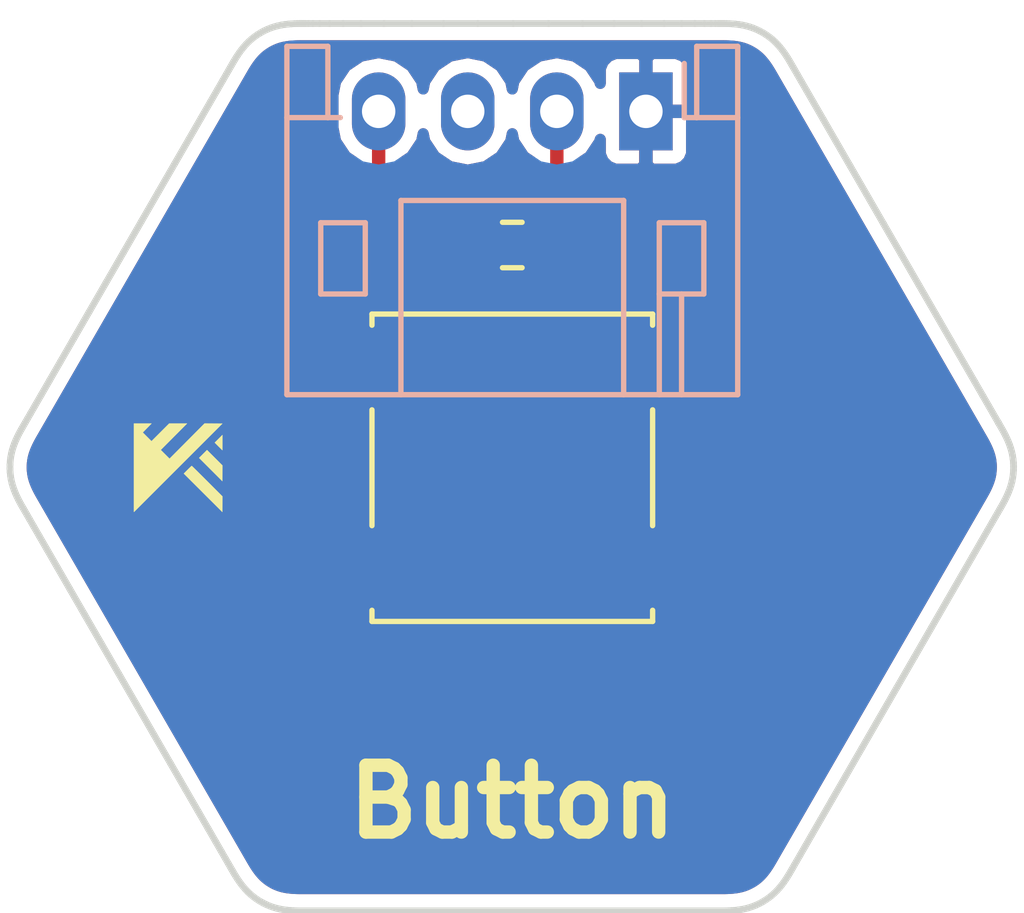
<source format=kicad_pcb>
(kicad_pcb (version 20171130) (host pcbnew 5.0.0-rc2-dev-unknown-1ac905d~64~ubuntu18.04.1)

  (general
    (thickness 1.6)
    (drawings 320)
    (tracks 14)
    (zones 0)
    (modules 4)
    (nets 5)
  )

  (page A4)
  (layers
    (0 F.Cu signal)
    (31 B.Cu signal)
    (32 B.Adhes user)
    (33 F.Adhes user)
    (34 B.Paste user)
    (35 F.Paste user)
    (36 B.SilkS user)
    (37 F.SilkS user)
    (38 B.Mask user)
    (39 F.Mask user hide)
    (40 Dwgs.User user)
    (41 Cmts.User user)
    (42 Eco1.User user)
    (43 Eco2.User user)
    (44 Edge.Cuts user)
    (45 Margin user)
    (46 B.CrtYd user)
    (47 F.CrtYd user)
    (48 B.Fab user hide)
    (49 F.Fab user hide)
  )

  (setup
    (last_trace_width 0.25)
    (user_trace_width 0.2)
    (user_trace_width 0.25)
    (user_trace_width 0.3)
    (user_trace_width 0.35)
    (trace_clearance 0.2)
    (zone_clearance 0.3)
    (zone_45_only no)
    (trace_min 0.2)
    (segment_width 0.2)
    (edge_width 0.15)
    (via_size 0.8)
    (via_drill 0.4)
    (via_min_size 0.4)
    (via_min_drill 0.3)
    (uvia_size 0.3)
    (uvia_drill 0.1)
    (uvias_allowed no)
    (uvia_min_size 0.2)
    (uvia_min_drill 0.1)
    (pcb_text_width 0.3)
    (pcb_text_size 1.5 1.5)
    (mod_edge_width 0.15)
    (mod_text_size 1 1)
    (mod_text_width 0.15)
    (pad_size 1.524 1.524)
    (pad_drill 0.762)
    (pad_to_mask_clearance 0.2)
    (aux_axis_origin 0 0)
    (visible_elements 7FFFFFFF)
    (pcbplotparams
      (layerselection 0x010fc_ffffffff)
      (usegerberextensions false)
      (usegerberattributes false)
      (usegerberadvancedattributes false)
      (creategerberjobfile false)
      (excludeedgelayer true)
      (linewidth 0.100000)
      (plotframeref false)
      (viasonmask false)
      (mode 1)
      (useauxorigin false)
      (hpglpennumber 1)
      (hpglpenspeed 20)
      (hpglpendiameter 15)
      (psnegative false)
      (psa4output false)
      (plotreference true)
      (plotvalue true)
      (plotinvisibletext false)
      (padsonsilk false)
      (subtractmaskfromsilk false)
      (outputformat 1)
      (mirror false)
      (drillshape 1)
      (scaleselection 1)
      (outputdirectory ""))
  )

  (net 0 "")
  (net 1 /GND)
  (net 2 /Signal)
  (net 3 /VCC)
  (net 4 "Net-(J1-Pad3)")

  (net_class Default "This is the default net class."
    (clearance 0.2)
    (trace_width 0.25)
    (via_dia 0.8)
    (via_drill 0.4)
    (uvia_dia 0.3)
    (uvia_drill 0.1)
    (add_net /GND)
    (add_net /Signal)
    (add_net /VCC)
    (add_net "Net-(J1-Pad3)")
  )

  (module Button_Switch_SMD:SW_SPST_B3S-1000 (layer F.Cu) (tedit 5ABE4C82) (tstamp 5AC5DF1D)
    (at 141.5 95 180)
    (descr "Surface Mount Tactile Switch for High-Density Packaging")
    (tags "Tactile Switch")
    (path /5AAC4CFE)
    (attr smd)
    (fp_text reference SW1 (at 0 -4.5 180) (layer F.SilkS) hide
      (effects (font (size 1 1) (thickness 0.15)))
    )
    (fp_text value SW_DPST_x2 (at 0 4.5 180) (layer F.Fab)
      (effects (font (size 1 1) (thickness 0.15)))
    )
    (fp_text user %R (at 0 -4.5 180) (layer F.Fab)
      (effects (font (size 1 1) (thickness 0.15)))
    )
    (fp_line (start -5 3.7) (end 5 3.7) (layer F.CrtYd) (width 0.05))
    (fp_line (start 5 3.7) (end 5 -3.7) (layer F.CrtYd) (width 0.05))
    (fp_line (start 5 -3.7) (end -5 -3.7) (layer F.CrtYd) (width 0.05))
    (fp_line (start -5 -3.7) (end -5 3.7) (layer F.CrtYd) (width 0.05))
    (fp_line (start -3.15 -3.2) (end -3.15 -3.45) (layer F.SilkS) (width 0.12))
    (fp_line (start -3.15 -3.45) (end 3.15 -3.45) (layer F.SilkS) (width 0.12))
    (fp_line (start 3.15 -3.45) (end 3.15 -3.2) (layer F.SilkS) (width 0.12))
    (fp_line (start -3.15 1.3) (end -3.15 -1.3) (layer F.SilkS) (width 0.12))
    (fp_line (start 3.15 3.2) (end 3.15 3.45) (layer F.SilkS) (width 0.12))
    (fp_line (start 3.15 3.45) (end -3.15 3.45) (layer F.SilkS) (width 0.12))
    (fp_line (start -3.15 3.45) (end -3.15 3.2) (layer F.SilkS) (width 0.12))
    (fp_line (start 3.15 -1.3) (end 3.15 1.3) (layer F.SilkS) (width 0.12))
    (fp_circle (center 0 0) (end 1.65 0) (layer F.Fab) (width 0.1))
    (fp_line (start -3 -3.3) (end 3 -3.3) (layer F.Fab) (width 0.1))
    (fp_line (start 3 -3.3) (end 3 3.3) (layer F.Fab) (width 0.1))
    (fp_line (start 3 3.3) (end -3 3.3) (layer F.Fab) (width 0.1))
    (fp_line (start -3 3.3) (end -3 -3.3) (layer F.Fab) (width 0.1))
    (pad 1 smd rect (at -3.975 -2.25 180) (size 1.55 1.3) (layers F.Cu F.Paste F.Mask)
      (net 1 /GND))
    (pad 1 smd rect (at 3.975 -2.25 180) (size 1.55 1.3) (layers F.Cu F.Paste F.Mask)
      (net 1 /GND))
    (pad 2 smd rect (at -3.975 2.25 180) (size 1.55 1.3) (layers F.Cu F.Paste F.Mask)
      (net 2 /Signal))
    (pad 2 smd rect (at 3.975 2.25 180) (size 1.55 1.3) (layers F.Cu F.Paste F.Mask)
      (net 2 /Signal))
    (model ${KISYS3DMOD}/Button_Switch_SMD.3dshapes/SW_SPST_B3S-1000.wrl
      (at (xyz 0 0 0))
      (scale (xyz 1 1 1))
      (rotate (xyz 0 0 0))
    )
  )

  (module Resistor_SMD:R_0603_1608Metric_Pad0.84x1.00mm_HandSolder (layer F.Cu) (tedit 5ABE4C87) (tstamp 5AD05CCA)
    (at 141.5 90 180)
    (descr "Resistor SMD 0603 (1608 Metric), square (rectangular) end terminal, IPC_7351 nominal with elongated pad for handsoldering. (Body size source: http://www.tortai-tech.com/upload/download/2011102023233369053.pdf), generated with kicad-footprint-generator")
    (tags "resistor handsolder")
    (path /5AAC65A4)
    (attr smd)
    (fp_text reference R1 (at 0 -1.65 180) (layer F.SilkS) hide
      (effects (font (size 1 1) (thickness 0.15)))
    )
    (fp_text value 10K (at 0 1.65 180) (layer F.Fab)
      (effects (font (size 1 1) (thickness 0.15)))
    )
    (fp_line (start -0.8 0.4) (end -0.8 -0.4) (layer F.Fab) (width 0.1))
    (fp_line (start -0.8 -0.4) (end 0.8 -0.4) (layer F.Fab) (width 0.1))
    (fp_line (start 0.8 -0.4) (end 0.8 0.4) (layer F.Fab) (width 0.1))
    (fp_line (start 0.8 0.4) (end -0.8 0.4) (layer F.Fab) (width 0.1))
    (fp_line (start -0.22 -0.51) (end 0.22 -0.51) (layer F.SilkS) (width 0.12))
    (fp_line (start -0.22 0.51) (end 0.22 0.51) (layer F.SilkS) (width 0.12))
    (fp_line (start -1.64 0.75) (end -1.64 -0.75) (layer F.CrtYd) (width 0.05))
    (fp_line (start -1.64 -0.75) (end 1.64 -0.75) (layer F.CrtYd) (width 0.05))
    (fp_line (start 1.64 -0.75) (end 1.64 0.75) (layer F.CrtYd) (width 0.05))
    (fp_line (start 1.64 0.75) (end -1.64 0.75) (layer F.CrtYd) (width 0.05))
    (fp_text user %R (at 0 0 180) (layer F.Fab)
      (effects (font (size 0.5 0.5) (thickness 0.08)))
    )
    (pad 1 smd rect (at -0.9625 0 180) (size 0.845 1) (layers F.Cu F.Paste F.Mask)
      (net 3 /VCC))
    (pad 2 smd rect (at 0.9625 0 180) (size 0.845 1) (layers F.Cu F.Paste F.Mask)
      (net 2 /Signal))
    (model ${KISYS3DMOD}/Resistor_SMD.3dshapes/R_0603_1608Metric.wrl
      (at (xyz 0 0 0))
      (scale (xyz 1 1 1))
      (rotate (xyz 0 0 0))
    )
  )

  (module Connector_JST:JST_PH_S4B-PH-K_1x04_P2.00mm_Horizontal (layer B.Cu) (tedit 5AC1E017) (tstamp 5AC3EE6C)
    (at 144.5 87 180)
    (descr "JST PH series connector, S4B-PH-K (http://www.jst-mfg.com/product/pdf/eng/ePH.pdf), generated with kicad-footprint-generator")
    (tags "connector JST PH top entry")
    (path /5AAC60F3)
    (fp_text reference J1 (at 3 2.55 180) (layer B.SilkS) hide
      (effects (font (size 1 1) (thickness 0.15)) (justify mirror))
    )
    (fp_text value Connector (at 3 -7.45 180) (layer B.Fab)
      (effects (font (size 1 1) (thickness 0.15)) (justify mirror))
    )
    (fp_line (start -0.86 -0.14) (end -1.14 -0.14) (layer B.SilkS) (width 0.12))
    (fp_line (start -1.14 -0.14) (end -1.14 1.46) (layer B.SilkS) (width 0.12))
    (fp_line (start -1.14 1.46) (end -2.06 1.46) (layer B.SilkS) (width 0.12))
    (fp_line (start -2.06 1.46) (end -2.06 -6.36) (layer B.SilkS) (width 0.12))
    (fp_line (start -2.06 -6.36) (end 8.06 -6.36) (layer B.SilkS) (width 0.12))
    (fp_line (start 8.06 -6.36) (end 8.06 1.46) (layer B.SilkS) (width 0.12))
    (fp_line (start 8.06 1.46) (end 7.14 1.46) (layer B.SilkS) (width 0.12))
    (fp_line (start 7.14 1.46) (end 7.14 -0.14) (layer B.SilkS) (width 0.12))
    (fp_line (start 7.14 -0.14) (end 6.86 -0.14) (layer B.SilkS) (width 0.12))
    (fp_line (start 0.5 -6.36) (end 0.5 -2) (layer B.SilkS) (width 0.12))
    (fp_line (start 0.5 -2) (end 5.5 -2) (layer B.SilkS) (width 0.12))
    (fp_line (start 5.5 -2) (end 5.5 -6.36) (layer B.SilkS) (width 0.12))
    (fp_line (start -2.06 -0.14) (end -1.14 -0.14) (layer B.SilkS) (width 0.12))
    (fp_line (start 8.06 -0.14) (end 7.14 -0.14) (layer B.SilkS) (width 0.12))
    (fp_line (start -1.3 -2.5) (end -1.3 -4.1) (layer B.SilkS) (width 0.12))
    (fp_line (start -1.3 -4.1) (end -0.3 -4.1) (layer B.SilkS) (width 0.12))
    (fp_line (start -0.3 -4.1) (end -0.3 -2.5) (layer B.SilkS) (width 0.12))
    (fp_line (start -0.3 -2.5) (end -1.3 -2.5) (layer B.SilkS) (width 0.12))
    (fp_line (start 7.3 -2.5) (end 7.3 -4.1) (layer B.SilkS) (width 0.12))
    (fp_line (start 7.3 -4.1) (end 6.3 -4.1) (layer B.SilkS) (width 0.12))
    (fp_line (start 6.3 -4.1) (end 6.3 -2.5) (layer B.SilkS) (width 0.12))
    (fp_line (start 6.3 -2.5) (end 7.3 -2.5) (layer B.SilkS) (width 0.12))
    (fp_line (start -0.3 -4.1) (end -0.3 -6.36) (layer B.SilkS) (width 0.12))
    (fp_line (start -0.8 -4.1) (end -0.8 -6.36) (layer B.SilkS) (width 0.12))
    (fp_line (start -2.45 1.85) (end -2.45 -6.75) (layer B.CrtYd) (width 0.05))
    (fp_line (start -2.45 -6.75) (end 8.45 -6.75) (layer B.CrtYd) (width 0.05))
    (fp_line (start 8.45 -6.75) (end 8.45 1.85) (layer B.CrtYd) (width 0.05))
    (fp_line (start 8.45 1.85) (end -2.45 1.85) (layer B.CrtYd) (width 0.05))
    (fp_line (start -1.25 -0.25) (end -1.25 1.35) (layer B.Fab) (width 0.1))
    (fp_line (start -1.25 1.35) (end -1.95 1.35) (layer B.Fab) (width 0.1))
    (fp_line (start -1.95 1.35) (end -1.95 -6.25) (layer B.Fab) (width 0.1))
    (fp_line (start -1.95 -6.25) (end 7.95 -6.25) (layer B.Fab) (width 0.1))
    (fp_line (start 7.95 -6.25) (end 7.95 1.35) (layer B.Fab) (width 0.1))
    (fp_line (start 7.95 1.35) (end 7.25 1.35) (layer B.Fab) (width 0.1))
    (fp_line (start 7.25 1.35) (end 7.25 -0.25) (layer B.Fab) (width 0.1))
    (fp_line (start 7.25 -0.25) (end -1.25 -0.25) (layer B.Fab) (width 0.1))
    (fp_line (start -0.86 -0.14) (end -0.86 1.075) (layer B.SilkS) (width 0.12))
    (fp_line (start 0 -0.875) (end -0.5 -1.375) (layer B.Fab) (width 0.1))
    (fp_line (start -0.5 -1.375) (end 0.5 -1.375) (layer B.Fab) (width 0.1))
    (fp_line (start 0.5 -1.375) (end 0 -0.875) (layer B.Fab) (width 0.1))
    (fp_text user %R (at 3 -2.5 180) (layer B.Fab)
      (effects (font (size 1 1) (thickness 0.15)) (justify mirror))
    )
    (pad 1 thru_hole rect (at 0 0 180) (size 1.2 1.75) (drill 0.75) (layers *.Cu *.Mask)
      (net 1 /GND))
    (pad 2 thru_hole oval (at 2 0 180) (size 1.2 1.75) (drill 0.75) (layers *.Cu *.Mask)
      (net 3 /VCC))
    (pad 3 thru_hole oval (at 4 0 180) (size 1.2 1.75) (drill 0.75) (layers *.Cu *.Mask)
      (net 4 "Net-(J1-Pad3)"))
    (pad 4 thru_hole oval (at 6 0 180) (size 1.2 1.75) (drill 0.75) (layers *.Cu *.Mask)
      (net 2 /Signal))
    (model ${KISYS3DMOD}/Connector_JST.3dshapes/JST_PH_S4B-PH-K_1x04_P2.00mm_Horizontal.wrl
      (at (xyz 0 0 0))
      (scale (xyz 1 1 1))
      (rotate (xyz 0 0 0))
    )
  )

  (module GiraffeTech-Utility:MakerPlayground_logo_2x2mm (layer F.Cu) (tedit 0) (tstamp 5AD06C1C)
    (at 134 95)
    (fp_text reference G*** (at 0 0) (layer F.SilkS) hide
      (effects (font (size 1.524 1.524) (thickness 0.3)))
    )
    (fp_text value LOGO (at 0.75 0) (layer F.SilkS) hide
      (effects (font (size 1.524 1.524) (thickness 0.3)))
    )
    (fp_poly (pts (xy 0.992188 -0.564543) (xy 0.992164 -0.528929) (xy 0.992097 -0.495895) (xy 0.991991 -0.466261)
      (xy 0.991852 -0.440843) (xy 0.991684 -0.420459) (xy 0.991492 -0.405926) (xy 0.991282 -0.398062)
      (xy 0.99116 -0.396875) (xy 0.988207 -0.399571) (xy 0.980351 -0.407199) (xy 0.968291 -0.419067)
      (xy 0.952725 -0.434484) (xy 0.934354 -0.452758) (xy 0.913876 -0.4732) (xy 0.906847 -0.480231)
      (xy 0.823563 -0.563586) (xy 0.907875 -0.647899) (xy 0.992188 -0.732211) (xy 0.992188 -0.564543)) (layer F.SilkS) (width 0.01))
    (fp_poly (pts (xy 0.992272 -0.049513) (xy 0.991238 0.124084) (xy 0.990203 0.297682) (xy 0.731231 0.038685)
      (xy 0.472259 -0.220311) (xy 0.559597 -0.307581) (xy 0.646934 -0.394851) (xy 0.992272 -0.049513)) (layer F.SilkS) (width 0.01))
    (fp_poly (pts (xy 0.306845 -0.036934) (xy 0.315366 -0.028902) (xy 0.328804 -0.015931) (xy 0.346812 0.001638)
      (xy 0.369045 0.023463) (xy 0.39516 0.049204) (xy 0.424812 0.078521) (xy 0.457655 0.111071)
      (xy 0.493344 0.146515) (xy 0.531535 0.184511) (xy 0.571883 0.224719) (xy 0.614044 0.266798)
      (xy 0.649934 0.302669) (xy 0.992273 0.645025) (xy 0.990203 0.990203) (xy 0.559594 0.560703)
      (xy 0.128984 0.131202) (xy 0.214278 0.045757) (xy 0.235683 0.024442) (xy 0.255382 0.005068)
      (xy 0.272657 -0.011676) (xy 0.28679 -0.025103) (xy 0.297063 -0.034528) (xy 0.302757 -0.039261)
      (xy 0.303583 -0.039687) (xy 0.306845 -0.036934)) (layer F.SilkS) (width 0.01))
    (fp_poly (pts (xy 0.790777 -0.991434) (xy 0.988227 -0.990203) (xy -0.992187 0.990197) (xy -0.992187 -0.992187)
      (xy -0.601395 -0.992187) (xy -0.646963 -0.945555) (xy -0.665935 -0.926151) (xy -0.688266 -0.903332)
      (xy -0.711752 -0.879346) (xy -0.734194 -0.856442) (xy -0.745114 -0.845303) (xy -0.797697 -0.791685)
      (xy -0.698482 -0.692529) (xy -0.599266 -0.593373) (xy -0.399829 -0.79278) (xy -0.200393 -0.992187)
      (xy 0.195473 -0.992187) (xy -0.099139 -0.695955) (xy -0.39375 -0.399723) (xy -0.194618 -0.200591)
      (xy 0.199355 -0.596628) (xy 0.593328 -0.992663) (xy 0.790777 -0.991434)) (layer F.SilkS) (width 0.01))
  )

  (gr_text Button (at 141.5 102.5) (layer F.SilkS)
    (effects (font (size 1.5 1.5) (thickness 0.3)))
  )
  (gr_line (start 146.156929 104.94682) (end 146.196035 104.94682) (layer Edge.Cuts) (width 0.15))
  (gr_line (start 145.927692 104.94682) (end 146.038213 104.94682) (layer Edge.Cuts) (width 0.15))
  (gr_line (start 146.109474 104.94682) (end 146.156929 104.94682) (layer Edge.Cuts) (width 0.15))
  (gr_line (start 146.29379 104.946205) (end 146.354373 104.944555) (layer Edge.Cuts) (width 0.15))
  (gr_line (start 146.038213 104.94682) (end 146.109474 104.94682) (layer Edge.Cuts) (width 0.15))
  (gr_line (start 149.731828 100.627829) (end 150.129463 99.939102) (layer Edge.Cuts) (width 0.15))
  (gr_line (start 147.958077 103.700065) (end 148.068552 103.508716) (layer Edge.Cuts) (width 0.15))
  (gr_line (start 147.732269 104.090957) (end 147.755507 104.050924) (layer Edge.Cuts) (width 0.15))
  (gr_line (start 149.347952 101.292724) (end 149.731828 100.627829) (layer Edge.Cuts) (width 0.15))
  (gr_line (start 148.992176 101.908947) (end 149.347952 101.292724) (layer Edge.Cuts) (width 0.15))
  (gr_line (start 148.678842 102.451659) (end 148.992176 101.908947) (layer Edge.Cuts) (width 0.15))
  (gr_line (start 148.421286 102.89776) (end 148.678842 102.451659) (layer Edge.Cuts) (width 0.15))
  (gr_line (start 146.492964 104.935595) (end 146.568573 104.927097) (layer Edge.Cuts) (width 0.15))
  (gr_line (start 147.113854 104.747296) (end 147.185807 104.703503) (layer Edge.Cuts) (width 0.15))
  (gr_line (start 146.963237 104.822105) (end 147.039535 104.786904) (layer Edge.Cuts) (width 0.15))
  (gr_line (start 148.068552 103.508716) (end 148.220379 103.245743) (layer Edge.Cuts) (width 0.15))
  (gr_line (start 147.77514 104.01692) (end 147.797485 103.978217) (layer Edge.Cuts) (width 0.15))
  (gr_line (start 147.039535 104.786904) (end 147.113854 104.747296) (layer Edge.Cuts) (width 0.15))
  (gr_line (start 147.4967 104.430382) (end 147.546983 104.36868) (layer Edge.Cuts) (width 0.15))
  (gr_line (start 148.220379 103.245743) (end 148.421286 102.89776) (layer Edge.Cuts) (width 0.15))
  (gr_line (start 147.881226 103.833175) (end 147.958077 103.700065) (layer Edge.Cuts) (width 0.15))
  (gr_line (start 147.442205 104.491019) (end 147.4967 104.430382) (layer Edge.Cuts) (width 0.15))
  (gr_line (start 147.830271 103.92143) (end 147.881226 103.833175) (layer Edge.Cuts) (width 0.15))
  (gr_line (start 146.568573 104.927097) (end 146.646791 104.915125) (layer Edge.Cuts) (width 0.15))
  (gr_line (start 147.592971 104.307249) (end 147.634578 104.247424) (layer Edge.Cuts) (width 0.15))
  (gr_line (start 147.546983 104.36868) (end 147.592971 104.307249) (layer Edge.Cuts) (width 0.15))
  (gr_line (start 147.634578 104.247424) (end 147.67172 104.190543) (layer Edge.Cuts) (width 0.15))
  (gr_line (start 147.185807 104.703503) (end 147.255006 104.655752) (layer Edge.Cuts) (width 0.15))
  (gr_line (start 147.255006 104.655752) (end 147.321062 104.604265) (layer Edge.Cuts) (width 0.15))
  (gr_line (start 147.797485 103.978217) (end 147.830271 103.92143) (layer Edge.Cuts) (width 0.15))
  (gr_line (start 147.755507 104.050924) (end 147.77514 104.01692) (layer Edge.Cuts) (width 0.15))
  (gr_line (start 145.527041 104.94682) (end 145.762453 104.94682) (layer Edge.Cuts) (width 0.15))
  (gr_line (start 145.762453 104.94682) (end 145.927692 104.94682) (layer Edge.Cuts) (width 0.15))
  (gr_line (start 146.726419 104.899087) (end 146.806259 104.878388) (layer Edge.Cuts) (width 0.15))
  (gr_line (start 147.704312 104.137942) (end 147.732269 104.090957) (layer Edge.Cuts) (width 0.15))
  (gr_line (start 147.67172 104.190543) (end 147.704312 104.137942) (layer Edge.Cuts) (width 0.15))
  (gr_line (start 147.383588 104.549266) (end 147.442205 104.491019) (layer Edge.Cuts) (width 0.15))
  (gr_line (start 146.885349 104.852674) (end 146.963237 104.822105) (layer Edge.Cuts) (width 0.15))
  (gr_line (start 147.321062 104.604265) (end 147.383588 104.549266) (layer Edge.Cuts) (width 0.15))
  (gr_line (start 146.806259 104.878388) (end 146.885349 104.852674) (layer Edge.Cuts) (width 0.15))
  (gr_line (start 146.196035 104.94682) (end 146.240614 104.946762) (layer Edge.Cuts) (width 0.15))
  (gr_line (start 146.646791 104.915125) (end 146.726419 104.899087) (layer Edge.Cuts) (width 0.15))
  (gr_line (start 146.354373 104.944555) (end 146.421164 104.941217) (layer Edge.Cuts) (width 0.15))
  (gr_line (start 145.206 104.94682) (end 145.527041 104.94682) (layer Edge.Cuts) (width 0.15))
  (gr_line (start 146.421164 104.941217) (end 146.492964 104.935595) (layer Edge.Cuts) (width 0.15))
  (gr_line (start 146.240614 104.946762) (end 146.29379 104.946205) (layer Edge.Cuts) (width 0.15))
  (gr_line (start 145.302091 85.028247) (end 144.90881 85.028247) (layer Edge.Cuts) (width 0.15))
  (gr_line (start 144.90881 85.028247) (end 144.403311 85.028247) (layer Edge.Cuts) (width 0.15))
  (gr_line (start 146.309483 85.029176) (end 146.254187 85.028382) (layer Edge.Cuts) (width 0.15))
  (gr_line (start 146.440126 85.03512) (end 146.371862 85.031224) (layer Edge.Cuts) (width 0.15))
  (gr_line (start 146.167676 85.028247) (end 146.124002 85.028247) (layer Edge.Cuts) (width 0.15))
  (gr_line (start 146.589506 85.050838) (end 146.513073 85.04146) (layer Edge.Cuts) (width 0.15))
  (gr_line (start 146.748027 85.081088) (end 146.668224 85.063849) (layer Edge.Cuts) (width 0.15))
  (gr_line (start 146.906535 85.13018) (end 146.827731 85.103134) (layer Edge.Cuts) (width 0.15))
  (gr_line (start 144.403311 85.028247) (end 143.784781 85.028247) (layer Edge.Cuts) (width 0.15))
  (gr_line (start 146.207175 85.028247) (end 146.167676 85.028247) (layer Edge.Cuts) (width 0.15))
  (gr_line (start 142.314777 85.028247) (end 141.520668 85.028247) (layer Edge.Cuts) (width 0.15))
  (gr_line (start 146.371862 85.031224) (end 146.309483 85.029176) (layer Edge.Cuts) (width 0.15))
  (gr_line (start 143.079042 85.028247) (end 142.314777 85.028247) (layer Edge.Cuts) (width 0.15))
  (gr_line (start 143.784781 85.028247) (end 143.079042 85.028247) (layer Edge.Cuts) (width 0.15))
  (gr_line (start 145.962313 85.028247) (end 145.813386 85.028247) (layer Edge.Cuts) (width 0.15))
  (gr_line (start 146.060699 85.028247) (end 145.962313 85.028247) (layer Edge.Cuts) (width 0.15))
  (gr_line (start 146.254187 85.028382) (end 146.207175 85.028247) (layer Edge.Cuts) (width 0.15))
  (gr_line (start 146.827731 85.103134) (end 146.748027 85.081088) (layer Edge.Cuts) (width 0.15))
  (gr_line (start 145.598464 85.028247) (end 145.302091 85.028247) (layer Edge.Cuts) (width 0.15))
  (gr_line (start 146.513073 85.04146) (end 146.440126 85.03512) (layer Edge.Cuts) (width 0.15))
  (gr_line (start 146.124002 85.028247) (end 146.060699 85.028247) (layer Edge.Cuts) (width 0.15))
  (gr_line (start 146.668224 85.063849) (end 146.589506 85.050838) (layer Edge.Cuts) (width 0.15))
  (gr_line (start 145.813386 85.028247) (end 145.598464 85.028247) (layer Edge.Cuts) (width 0.15))
  (gr_line (start 151.881801 93.071111) (end 151.645018 92.660989) (layer Edge.Cuts) (width 0.15))
  (gr_line (start 152.198585 93.6198) (end 152.063933 93.386574) (layer Edge.Cuts) (width 0.15))
  (gr_line (start 152.292927 93.783207) (end 152.198585 93.6198) (layer Edge.Cuts) (width 0.15))
  (gr_line (start 152.410612 93.987044) (end 152.405803 93.978714) (layer Edge.Cuts) (width 0.15))
  (gr_line (start 152.063933 93.386574) (end 151.881801 93.071111) (layer Edge.Cuts) (width 0.15))
  (gr_line (start 152.389366 93.950245) (end 152.354131 93.889215) (layer Edge.Cuts) (width 0.15))
  (gr_line (start 152.354131 93.889215) (end 152.292927 93.783207) (layer Edge.Cuts) (width 0.15))
  (gr_line (start 152.410904 93.98755) (end 152.410612 93.987044) (layer Edge.Cuts) (width 0.15))
  (gr_line (start 152.411142 93.987963) (end 152.410904 93.98755) (layer Edge.Cuts) (width 0.15))
  (gr_line (start 152.405803 93.978714) (end 152.389366 93.950245) (layer Edge.Cuts) (width 0.15))
  (gr_line (start 139.246089 85.028247) (end 138.61942 85.028247) (layer Edge.Cuts) (width 0.15))
  (gr_line (start 136.155216 85.101158) (end 136.076323 85.127806) (layer Edge.Cuts) (width 0.15))
  (gr_line (start 136.234968 85.079519) (end 136.155216 85.101158) (layer Edge.Cuts) (width 0.15))
  (gr_line (start 136.469499 85.040841) (end 136.393304 85.04995) (layer Edge.Cuts) (width 0.15))
  (gr_line (start 137.177885 85.028247) (end 137.024184 85.028247) (layer Edge.Cuts) (width 0.15))
  (gr_line (start 136.314727 85.062645) (end 136.234968 85.079519) (layer Edge.Cuts) (width 0.15))
  (gr_line (start 136.856704 85.028247) (end 136.812014 85.028247) (layer Edge.Cuts) (width 0.15))
  (gr_line (start 136.922275 85.028247) (end 136.856704 85.028247) (layer Edge.Cuts) (width 0.15))
  (gr_line (start 138.61942 85.028247) (end 138.104307 85.028247) (layer Edge.Cuts) (width 0.15))
  (gr_line (start 136.726461 85.028355) (end 136.671792 85.029073) (layer Edge.Cuts) (width 0.15))
  (gr_line (start 136.609942 85.030997) (end 136.542112 85.034721) (layer Edge.Cuts) (width 0.15))
  (gr_line (start 136.812014 85.028247) (end 136.772749 85.028247) (layer Edge.Cuts) (width 0.15))
  (gr_line (start 137.024184 85.028247) (end 136.922275 85.028247) (layer Edge.Cuts) (width 0.15))
  (gr_line (start 137.398836 85.028247) (end 137.177885 85.028247) (layer Edge.Cuts) (width 0.15))
  (gr_line (start 140.725395 85.028247) (end 139.957642 85.028247) (layer Edge.Cuts) (width 0.15))
  (gr_line (start 138.104307 85.028247) (end 137.702491 85.028247) (layer Edge.Cuts) (width 0.15))
  (gr_line (start 141.520668 85.028247) (end 140.725395 85.028247) (layer Edge.Cuts) (width 0.15))
  (gr_line (start 137.702491 85.028247) (end 137.398836 85.028247) (layer Edge.Cuts) (width 0.15))
  (gr_line (start 136.772749 85.028247) (end 136.726461 85.028355) (layer Edge.Cuts) (width 0.15))
  (gr_line (start 136.393304 85.04995) (end 136.314727 85.062645) (layer Edge.Cuts) (width 0.15))
  (gr_line (start 136.671792 85.029073) (end 136.609942 85.030997) (layer Edge.Cuts) (width 0.15))
  (gr_line (start 136.542112 85.034721) (end 136.469499 85.040841) (layer Edge.Cuts) (width 0.15))
  (gr_line (start 139.957642 85.028247) (end 139.246089 85.028247) (layer Edge.Cuts) (width 0.15))
  (gr_line (start 147.760985 85.93361) (end 147.739019 85.895651) (layer Edge.Cuts) (width 0.15))
  (gr_line (start 147.64506 85.743342) (end 147.604652 85.684181) (layer Edge.Cuts) (width 0.15))
  (gr_line (start 147.680981 85.799198) (end 147.64506 85.743342) (layer Edge.Cuts) (width 0.15))
  (gr_line (start 147.841929 86.073807) (end 147.804994 86.009835) (layer Edge.Cuts) (width 0.15))
  (gr_line (start 146.984031 85.162022) (end 146.906535 85.13018) (layer Edge.Cuts) (width 0.15))
  (gr_line (start 147.059832 85.198434) (end 146.984031 85.162022) (layer Edge.Cuts) (width 0.15))
  (gr_line (start 147.133551 85.239194) (end 147.059832 85.198434) (layer Edge.Cuts) (width 0.15))
  (gr_line (start 147.780589 85.967565) (end 147.760985 85.93361) (layer Edge.Cuts) (width 0.15))
  (gr_line (start 147.204798 85.284076) (end 147.133551 85.239194) (layer Edge.Cuts) (width 0.15))
  (gr_line (start 147.55984 85.623053) (end 147.510709 85.561293) (layer Edge.Cuts) (width 0.15))
  (gr_line (start 147.712329 85.850413) (end 147.680981 85.799198) (layer Edge.Cuts) (width 0.15))
  (gr_line (start 147.273185 85.332858) (end 147.204798 85.284076) (layer Edge.Cuts) (width 0.15))
  (gr_line (start 148.269516 86.814413) (end 148.105186 86.529783) (layer Edge.Cuts) (width 0.15))
  (gr_line (start 147.510709 85.561293) (end 147.457344 85.500237) (layer Edge.Cuts) (width 0.15))
  (gr_line (start 147.804994 86.009835) (end 147.780589 85.967565) (layer Edge.Cuts) (width 0.15))
  (gr_line (start 147.984296 86.320396) (end 147.89912 86.172865) (layer Edge.Cuts) (width 0.15))
  (gr_line (start 147.39983 85.441222) (end 147.338325 85.385314) (layer Edge.Cuts) (width 0.15))
  (gr_line (start 147.89912 86.172865) (end 147.841929 86.073807) (layer Edge.Cuts) (width 0.15))
  (gr_line (start 147.338325 85.385314) (end 147.273185 85.332858) (layer Edge.Cuts) (width 0.15))
  (gr_line (start 147.457344 85.500237) (end 147.39983 85.441222) (layer Edge.Cuts) (width 0.15))
  (gr_line (start 147.604652 85.684181) (end 147.55984 85.623053) (layer Edge.Cuts) (width 0.15))
  (gr_line (start 147.739019 85.895651) (end 147.712329 85.850413) (layer Edge.Cuts) (width 0.15))
  (gr_line (start 148.105186 86.529783) (end 147.984296 86.320396) (layer Edge.Cuts) (width 0.15))
  (gr_line (start 131.111708 93.041675) (end 130.924827 93.365364) (layer Edge.Cuts) (width 0.15))
  (gr_line (start 130.684311 93.781948) (end 130.615221 93.901615) (layer Edge.Cuts) (width 0.15))
  (gr_line (start 131.353307 92.623213) (end 131.111708 93.041675) (layer Edge.Cuts) (width 0.15))
  (gr_line (start 131.998431 91.505824) (end 131.65271 92.104631) (layer Edge.Cuts) (width 0.15))
  (gr_line (start 134.722142 86.788213) (end 134.511079 87.153785) (layer Edge.Cuts) (width 0.15))
  (gr_line (start 132.376128 90.851633) (end 131.998431 91.505824) (layer Edge.Cuts) (width 0.15))
  (gr_line (start 133.919861 88.177805) (end 133.557668 88.805143) (layer Edge.Cuts) (width 0.15))
  (gr_line (start 131.65271 92.104631) (end 131.353307 92.623213) (layer Edge.Cuts) (width 0.15))
  (gr_line (start 133.557668 88.805143) (end 133.170087 89.476453) (layer Edge.Cuts) (width 0.15))
  (gr_line (start 130.41828 94.249819) (end 130.387394 94.311939) (layer Edge.Cuts) (width 0.15))
  (gr_line (start 134.242326 87.619279) (end 133.919861 88.177805) (layer Edge.Cuts) (width 0.15))
  (gr_line (start 130.448037 94.19358) (end 130.41828 94.249819) (layer Edge.Cuts) (width 0.15))
  (gr_line (start 130.475548 94.143961) (end 130.448037 94.19358) (layer Edge.Cuts) (width 0.15))
  (gr_line (start 130.499699 94.101705) (end 130.475548 94.143961) (layer Edge.Cuts) (width 0.15))
  (gr_line (start 130.924827 93.365364) (end 130.784937 93.60766) (layer Edge.Cuts) (width 0.15))
  (gr_line (start 132.77146 90.166896) (end 132.376128 90.851633) (layer Edge.Cuts) (width 0.15))
  (gr_line (start 130.784937 93.60766) (end 130.684311 93.781948) (layer Edge.Cuts) (width 0.15))
  (gr_line (start 130.569939 93.980045) (end 130.540737 94.030624) (layer Edge.Cuts) (width 0.15))
  (gr_line (start 133.170087 89.476453) (end 132.77146 90.166896) (layer Edge.Cuts) (width 0.15))
  (gr_line (start 134.511079 87.153785) (end 134.242326 87.619279) (layer Edge.Cuts) (width 0.15))
  (gr_line (start 130.519887 94.066736) (end 130.499699 94.101705) (layer Edge.Cuts) (width 0.15))
  (gr_line (start 130.540737 94.030624) (end 130.519887 94.066736) (layer Edge.Cuts) (width 0.15))
  (gr_line (start 130.615221 93.901615) (end 130.569939 93.980045) (layer Edge.Cuts) (width 0.15))
  (gr_line (start 152.43501 94.0293) (end 152.425355 94.012578) (layer Edge.Cuts) (width 0.15))
  (gr_line (start 151.570781 97.442658) (end 151.82353 97.004883) (layer Edge.Cuts) (width 0.15))
  (gr_line (start 150.129463 99.939102) (end 150.526517 99.251383) (layer Edge.Cuts) (width 0.15))
  (gr_line (start 152.633916 94.411619) (end 152.603381 94.342248) (layer Edge.Cuts) (width 0.15))
  (gr_line (start 152.350281 96.092522) (end 152.399474 96.007316) (layer Edge.Cuts) (width 0.15))
  (gr_line (start 152.689033 94.561786) (end 152.662838 94.485045) (layer Edge.Cuts) (width 0.15))
  (gr_line (start 152.718142 95.305602) (end 152.73412 95.223832) (layer Edge.Cuts) (width 0.15))
  (gr_line (start 152.644319 95.538061) (end 152.67241 95.463383) (layer Edge.Cuts) (width 0.15))
  (gr_line (start 152.572349 94.277676) (end 152.541936 94.218642) (layer Edge.Cuts) (width 0.15))
  (gr_line (start 152.741914 94.804961) (end 152.729054 94.722319) (layer Edge.Cuts) (width 0.15))
  (gr_line (start 152.749968 94.888577) (end 152.741914 94.804961) (layer Edge.Cuts) (width 0.15))
  (gr_line (start 152.452963 95.914671) (end 152.472713 95.880465) (layer Edge.Cuts) (width 0.15))
  (gr_line (start 152.275817 96.221496) (end 152.350281 96.092522) (layer Edge.Cuts) (width 0.15))
  (gr_line (start 152.496103 95.839683) (end 152.523064 95.791399) (layer Edge.Cuts) (width 0.15))
  (gr_line (start 152.552481 95.736353) (end 152.583239 95.675287) (layer Edge.Cuts) (width 0.15))
  (gr_line (start 152.753216 94.972721) (end 152.749968 94.888577) (layer Edge.Cuts) (width 0.15))
  (gr_line (start 152.431126 95.952495) (end 152.452963 95.914671) (layer Edge.Cuts) (width 0.15))
  (gr_line (start 152.487421 94.120158) (end 152.465546 94.082187) (layer Edge.Cuts) (width 0.15))
  (gr_line (start 152.541936 94.218642) (end 152.513254 94.165889) (layer Edge.Cuts) (width 0.15))
  (gr_line (start 152.168357 96.407624) (end 152.275817 96.221496) (layer Edge.Cuts) (width 0.15))
  (gr_line (start 152.711387 94.641101) (end 152.689033 94.561786) (layer Edge.Cuts) (width 0.15))
  (gr_line (start 152.662838 94.485045) (end 152.633916 94.411619) (layer Edge.Cuts) (width 0.15))
  (gr_line (start 152.02017 96.664291) (end 152.168357 96.407624) (layer Edge.Cuts) (width 0.15))
  (gr_line (start 151.82353 97.004883) (end 152.02017 96.664291) (layer Edge.Cuts) (width 0.15))
  (gr_line (start 152.729054 94.722319) (end 152.711387 94.641101) (layer Edge.Cuts) (width 0.15))
  (gr_line (start 152.697382 95.385652) (end 152.718142 95.305602) (layer Edge.Cuts) (width 0.15))
  (gr_line (start 152.583239 95.675287) (end 152.614223 95.608943) (layer Edge.Cuts) (width 0.15))
  (gr_line (start 152.614223 95.608943) (end 152.644319 95.538061) (layer Edge.Cuts) (width 0.15))
  (gr_line (start 152.399474 96.007316) (end 152.431126 95.952495) (layer Edge.Cuts) (width 0.15))
  (gr_line (start 150.526517 99.251383) (end 150.908648 98.589509) (layer Edge.Cuts) (width 0.15))
  (gr_line (start 152.751657 95.056943) (end 152.753216 94.972721) (layer Edge.Cuts) (width 0.15))
  (gr_line (start 152.523064 95.791399) (end 152.552481 95.736353) (layer Edge.Cuts) (width 0.15))
  (gr_line (start 150.908648 98.589509) (end 151.261517 97.978321) (layer Edge.Cuts) (width 0.15))
  (gr_line (start 152.472713 95.880465) (end 152.496103 95.839683) (layer Edge.Cuts) (width 0.15))
  (gr_line (start 152.448221 94.052181) (end 152.43501 94.0293) (layer Edge.Cuts) (width 0.15))
  (gr_line (start 152.73412 95.223832) (end 152.745292 95.140796) (layer Edge.Cuts) (width 0.15))
  (gr_line (start 152.67241 95.463383) (end 152.697382 95.385652) (layer Edge.Cuts) (width 0.15))
  (gr_line (start 152.513254 94.165889) (end 152.487421 94.120158) (layer Edge.Cuts) (width 0.15))
  (gr_line (start 152.412149 93.989706) (end 152.411142 93.987963) (layer Edge.Cuts) (width 0.15))
  (gr_line (start 152.414482 93.993746) (end 152.412149 93.989706) (layer Edge.Cuts) (width 0.15))
  (gr_line (start 152.745292 95.140796) (end 152.751657 95.056943) (layer Edge.Cuts) (width 0.15))
  (gr_line (start 152.603381 94.342248) (end 152.572349 94.277676) (layer Edge.Cuts) (width 0.15))
  (gr_line (start 151.261517 97.978321) (end 151.570781 97.442658) (layer Edge.Cuts) (width 0.15))
  (gr_line (start 152.418698 94.001048) (end 152.414482 93.993746) (layer Edge.Cuts) (width 0.15))
  (gr_line (start 152.425355 94.012578) (end 152.418698 94.001048) (layer Edge.Cuts) (width 0.15))
  (gr_line (start 152.465546 94.082187) (end 152.448221 94.052181) (layer Edge.Cuts) (width 0.15))
  (gr_line (start 136.055204 104.839218) (end 136.13379 104.867191) (layer Edge.Cuts) (width 0.15))
  (gr_line (start 135.258789 104.115576) (end 135.289261 104.165763) (layer Edge.Cuts) (width 0.15))
  (gr_line (start 135.977998 104.806493) (end 136.055204 104.839218) (layer Edge.Cuts) (width 0.15))
  (gr_line (start 135.407869 104.34034) (end 135.456187 104.402084) (layer Edge.Cuts) (width 0.15))
  (gr_line (start 136.59215 104.943267) (end 136.655734 104.945619) (layer Edge.Cuts) (width 0.15))
  (gr_line (start 135.324321 104.220843) (end 135.363885 104.279481) (layer Edge.Cuts) (width 0.15))
  (gr_line (start 135.456187 104.402084) (end 135.508756 104.463376) (layer Edge.Cuts) (width 0.15))
  (gr_line (start 135.902561 104.76924) (end 135.977998 104.806493) (layer Edge.Cuts) (width 0.15))
  (gr_line (start 136.843212 104.94682) (end 136.901615 104.94682) (layer Edge.Cuts) (width 0.15))
  (gr_line (start 135.363885 104.279481) (end 135.407869 104.34034) (layer Edge.Cuts) (width 0.15))
  (gr_line (start 136.449209 104.932084) (end 136.522908 104.938953) (layer Edge.Cuts) (width 0.15))
  (gr_line (start 136.213364 104.890191) (end 136.293237 104.908297) (layer Edge.Cuts) (width 0.15))
  (gr_line (start 135.232992 104.071619) (end 135.258789 104.115576) (layer Edge.Cuts) (width 0.15))
  (gr_line (start 143.601443 104.94682) (end 144.246371 104.94682) (layer Edge.Cuts) (width 0.15))
  (gr_line (start 144.783875 104.94682) (end 145.206 104.94682) (layer Edge.Cuts) (width 0.15))
  (gr_line (start 137.130358 104.94682) (end 137.331609 104.94682) (layer Edge.Cuts) (width 0.15))
  (gr_line (start 135.211847 104.03503) (end 135.232992 104.071619) (layer Edge.Cuts) (width 0.15))
  (gr_line (start 135.191928 104.000529) (end 135.211847 104.03503) (layer Edge.Cuts) (width 0.15))
  (gr_line (start 144.246371 104.94682) (end 144.783875 104.94682) (layer Edge.Cuts) (width 0.15))
  (gr_line (start 139.067151 104.94682) (end 139.758591 104.94682) (layer Edge.Cuts) (width 0.15))
  (gr_line (start 139.758591 104.94682) (end 140.513983 104.94682) (layer Edge.Cuts) (width 0.15))
  (gr_line (start 137.985149 104.94682) (end 138.468346 104.94682) (layer Edge.Cuts) (width 0.15))
  (gr_line (start 137.331609 104.94682) (end 137.611387 104.94682) (layer Edge.Cuts) (width 0.15))
  (gr_line (start 135.690744 104.632546) (end 135.758546 104.682042) (layer Edge.Cuts) (width 0.15))
  (gr_line (start 136.901615 104.94682) (end 136.992179 104.94682) (layer Edge.Cuts) (width 0.15))
  (gr_line (start 135.626262 104.579417) (end 135.690744 104.632546) (layer Edge.Cuts) (width 0.15))
  (gr_line (start 136.761133 104.946818) (end 136.801512 104.94682) (layer Edge.Cuts) (width 0.15))
  (gr_line (start 135.289261 104.165763) (end 135.324321 104.220843) (layer Edge.Cuts) (width 0.15))
  (gr_line (start 136.712462 104.946604) (end 136.761133 104.946818) (layer Edge.Cuts) (width 0.15))
  (gr_line (start 136.655734 104.945619) (end 136.712462 104.946604) (layer Edge.Cuts) (width 0.15))
  (gr_line (start 142.877058 104.94682) (end 143.601443 104.94682) (layer Edge.Cuts) (width 0.15))
  (gr_line (start 142.101898 104.94682) (end 142.877058 104.94682) (layer Edge.Cuts) (width 0.15))
  (gr_line (start 141.304646 104.94682) (end 142.101898 104.94682) (layer Edge.Cuts) (width 0.15))
  (gr_line (start 140.513983 104.94682) (end 141.304646 104.94682) (layer Edge.Cuts) (width 0.15))
  (gr_line (start 138.468346 104.94682) (end 139.067151 104.94682) (layer Edge.Cuts) (width 0.15))
  (gr_line (start 136.992179 104.94682) (end 137.130358 104.94682) (layer Edge.Cuts) (width 0.15))
  (gr_line (start 136.522908 104.938953) (end 136.59215 104.943267) (layer Edge.Cuts) (width 0.15))
  (gr_line (start 136.372252 104.922064) (end 136.449209 104.932084) (layer Edge.Cuts) (width 0.15))
  (gr_line (start 136.293237 104.908297) (end 136.372252 104.922064) (layer Edge.Cuts) (width 0.15))
  (gr_line (start 135.56549 104.522881) (end 135.626262 104.579417) (layer Edge.Cuts) (width 0.15))
  (gr_line (start 136.13379 104.867191) (end 136.213364 104.890191) (layer Edge.Cuts) (width 0.15))
  (gr_line (start 135.508756 104.463376) (end 135.56549 104.522881) (layer Edge.Cuts) (width 0.15))
  (gr_line (start 135.829281 104.727681) (end 135.902561 104.76924) (layer Edge.Cuts) (width 0.15))
  (gr_line (start 135.758546 104.682042) (end 135.829281 104.727681) (layer Edge.Cuts) (width 0.15))
  (gr_line (start 137.611387 104.94682) (end 137.985149 104.94682) (layer Edge.Cuts) (width 0.15))
  (gr_line (start 136.801512 104.94682) (end 136.843212 104.94682) (layer Edge.Cuts) (width 0.15))
  (gr_line (start 130.514681 95.899313) (end 130.534601 95.933814) (layer Edge.Cuts) (width 0.15))
  (gr_line (start 130.493566 95.862706) (end 130.514681 95.899313) (layer Edge.Cuts) (width 0.15))
  (gr_line (start 130.227698 95.102344) (end 130.236662 95.185811) (layer Edge.Cuts) (width 0.15))
  (gr_line (start 130.229647 94.850066) (end 130.224191 94.934023) (layer Edge.Cuts) (width 0.15))
  (gr_line (start 130.274848 94.604387) (end 130.254979 94.684799) (layer Edge.Cuts) (width 0.15))
  (gr_line (start 130.326691 94.450852) (end 130.299104 94.526163) (layer Edge.Cuts) (width 0.15))
  (gr_line (start 130.23991 94.766842) (end 130.229647 94.850066) (layer Edge.Cuts) (width 0.15))
  (gr_line (start 130.356493 94.379197) (end 130.326691 94.450852) (layer Edge.Cuts) (width 0.15))
  (gr_line (start 130.468397 95.818386) (end 130.493566 95.862706) (layer Edge.Cuts) (width 0.15))
  (gr_line (start 130.378997 95.645415) (end 130.409998 95.708999) (layer Edge.Cuts) (width 0.15))
  (gr_line (start 130.31897 95.504176) (end 130.348283 95.576894) (layer Edge.Cuts) (width 0.15))
  (gr_line (start 130.292174 95.428003) (end 130.31897 95.504176) (layer Edge.Cuts) (width 0.15))
  (gr_line (start 130.236662 95.185811) (end 130.250432 95.268218) (layer Edge.Cuts) (width 0.15))
  (gr_line (start 130.224191 94.934023) (end 130.223542 95.018265) (layer Edge.Cuts) (width 0.15))
  (gr_line (start 130.223542 95.018265) (end 130.227698 95.102344) (layer Edge.Cuts) (width 0.15))
  (gr_line (start 130.387394 94.311939) (end 130.356493 94.379197) (layer Edge.Cuts) (width 0.15))
  (gr_line (start 130.269008 95.349117) (end 130.292174 95.428003) (layer Edge.Cuts) (width 0.15))
  (gr_line (start 130.440169 95.766903) (end 130.468397 95.818386) (layer Edge.Cuts) (width 0.15))
  (gr_line (start 130.348283 95.576894) (end 130.378997 95.645415) (layer Edge.Cuts) (width 0.15))
  (gr_line (start 130.409998 95.708999) (end 130.440169 95.766903) (layer Edge.Cuts) (width 0.15))
  (gr_line (start 130.299104 94.526163) (end 130.274848 94.604387) (layer Edge.Cuts) (width 0.15))
  (gr_line (start 130.250432 95.268218) (end 130.269008 95.349117) (layer Edge.Cuts) (width 0.15))
  (gr_line (start 130.254979 94.684799) (end 130.23991 94.766842) (layer Edge.Cuts) (width 0.15))
  (gr_line (start 135.708757 85.328763) (end 135.64334 85.38093) (layer Edge.Cuts) (width 0.15))
  (gr_line (start 135.777391 85.280289) (end 135.708757 85.328763) (layer Edge.Cuts) (width 0.15))
  (gr_line (start 135.64334 85.38093) (end 135.581527 85.436566) (layer Edge.Cuts) (width 0.15))
  (gr_line (start 135.082988 86.163207) (end 135.000369 86.306309) (layer Edge.Cuts) (width 0.15))
  (gr_line (start 135.46998 85.556298) (end 135.420504 85.618051) (layer Edge.Cuts) (width 0.15))
  (gr_line (start 135.217159 85.930815) (end 135.197606 85.964681) (layer Edge.Cuts) (width 0.15))
  (gr_line (start 135.298287 85.794824) (end 135.266568 85.846465) (layer Edge.Cuts) (width 0.15))
  (gr_line (start 134.882663 86.510182) (end 134.722142 86.788213) (layer Edge.Cuts) (width 0.15))
  (gr_line (start 135.197606 85.964681) (end 135.173879 86.005779) (layer Edge.Cuts) (width 0.15))
  (gr_line (start 135.138249 86.067492) (end 135.082988 86.163207) (layer Edge.Cuts) (width 0.15))
  (gr_line (start 135.239498 85.892237) (end 135.217159 85.930815) (layer Edge.Cuts) (width 0.15))
  (gr_line (start 135.334573 85.73865) (end 135.298287 85.794824) (layer Edge.Cuts) (width 0.15))
  (gr_line (start 135.848852 85.235732) (end 135.777391 85.280289) (layer Edge.Cuts) (width 0.15))
  (gr_line (start 136.076323 85.127806) (end 135.998706 85.159267) (layer Edge.Cuts) (width 0.15))
  (gr_line (start 135.420504 85.618051) (end 135.37534 85.67928) (layer Edge.Cuts) (width 0.15))
  (gr_line (start 135.922753 85.195317) (end 135.848852 85.235732) (layer Edge.Cuts) (width 0.15))
  (gr_line (start 135.173879 86.005779) (end 135.138249 86.067492) (layer Edge.Cuts) (width 0.15))
  (gr_line (start 135.266568 85.846465) (end 135.239498 85.892237) (layer Edge.Cuts) (width 0.15))
  (gr_line (start 135.37534 85.67928) (end 135.334573 85.73865) (layer Edge.Cuts) (width 0.15))
  (gr_line (start 135.523682 85.495358) (end 135.46998 85.556298) (layer Edge.Cuts) (width 0.15))
  (gr_line (start 135.998706 85.159267) (end 135.922753 85.195317) (layer Edge.Cuts) (width 0.15))
  (gr_line (start 135.581527 85.436566) (end 135.523682 85.495358) (layer Edge.Cuts) (width 0.15))
  (gr_line (start 135.000369 86.306309) (end 134.882663 86.510182) (layer Edge.Cuts) (width 0.15))
  (gr_line (start 131.282176 97.228649) (end 131.566624 97.721327) (layer Edge.Cuts) (width 0.15))
  (gr_line (start 134.159907 102.213017) (end 134.444355 102.705695) (layer Edge.Cuts) (width 0.15))
  (gr_line (start 131.566624 97.721327) (end 131.901241 98.300899) (layer Edge.Cuts) (width 0.15))
  (gr_line (start 131.056126 96.837119) (end 131.282176 97.228649) (layer Edge.Cuts) (width 0.15))
  (gr_line (start 131.901241 98.300899) (end 132.27171 98.942569) (layer Edge.Cuts) (width 0.15))
  (gr_line (start 130.534601 95.933814) (end 130.560784 95.979164) (layer Edge.Cuts) (width 0.15))
  (gr_line (start 133.82529 101.633445) (end 134.159907 102.213017) (layer Edge.Cuts) (width 0.15))
  (gr_line (start 135.165746 103.95518) (end 135.191928 104.000529) (layer Edge.Cuts) (width 0.15))
  (gr_line (start 135.125572 103.885597) (end 135.165746 103.95518) (layer Edge.Cuts) (width 0.15))
  (gr_line (start 135.063679 103.778395) (end 135.125572 103.885597) (layer Edge.Cuts) (width 0.15))
  (gr_line (start 134.670405 103.097224) (end 134.843824 103.397594) (layer Edge.Cuts) (width 0.15))
  (gr_line (start 133.454821 100.991775) (end 133.82529 101.633445) (layer Edge.Cuts) (width 0.15))
  (gr_line (start 130.882708 96.53675) (end 131.056126 96.837119) (layer Edge.Cuts) (width 0.15))
  (gr_line (start 133.062841 100.312846) (end 133.454821 100.991775) (layer Edge.Cuts) (width 0.15))
  (gr_line (start 130.560784 95.979164) (end 130.600958 96.048747) (layer Edge.Cuts) (width 0.15))
  (gr_line (start 132.27171 98.942569) (end 132.66369 99.621498) (layer Edge.Cuts) (width 0.15))
  (gr_line (start 130.600958 96.048747) (end 130.662851 96.155949) (layer Edge.Cuts) (width 0.15))
  (gr_line (start 130.754192 96.314155) (end 130.882708 96.53675) (layer Edge.Cuts) (width 0.15))
  (gr_line (start 134.972339 103.620189) (end 135.063679 103.778395) (layer Edge.Cuts) (width 0.15))
  (gr_line (start 134.843824 103.397594) (end 134.972339 103.620189) (layer Edge.Cuts) (width 0.15))
  (gr_line (start 134.444355 102.705695) (end 134.670405 103.097224) (layer Edge.Cuts) (width 0.15))
  (gr_line (start 130.662851 96.155949) (end 130.754192 96.314155) (layer Edge.Cuts) (width 0.15))
  (gr_line (start 132.66369 99.621498) (end 133.062841 100.312846) (layer Edge.Cuts) (width 0.15))
  (gr_line (start 151.645018 92.660989) (end 151.35 92.15) (layer Edge.Cuts) (width 0.15))
  (gr_line (start 148.485014 87.18767) (end 148.269516 86.814413) (layer Edge.Cuts) (width 0.15))
  (gr_line (start 148.758527 87.661409) (end 148.485014 87.18767) (layer Edge.Cuts) (width 0.15))
  (gr_line (start 149.084745 88.226441) (end 148.758527 87.661409) (layer Edge.Cuts) (width 0.15))
  (gr_line (start 150.631866 90.906147) (end 150.237431 90.222962) (layer Edge.Cuts) (width 0.15))
  (gr_line (start 151.007503 91.556773) (end 150.631866 90.906147) (layer Edge.Cuts) (width 0.15))
  (gr_line (start 149.44953 88.858269) (end 149.084745 88.226441) (layer Edge.Cuts) (width 0.15))
  (gr_line (start 149.838538 89.532056) (end 149.44953 88.858269) (layer Edge.Cuts) (width 0.15))
  (gr_line (start 150.237431 90.222962) (end 149.838538 89.532056) (layer Edge.Cuts) (width 0.15))
  (gr_line (start 151.35 92.15) (end 151.007503 91.556773) (layer Edge.Cuts) (width 0.15))

  (segment (start 137.525 97.25) (end 145.475 97.25) (width 0.3) (layer F.Cu) (net 1))
  (segment (start 147 96.7) (end 147 91.7) (width 0.3) (layer F.Cu) (net 1))
  (segment (start 144.5 89.2) (end 144.5 87) (width 0.3) (layer F.Cu) (net 1))
  (segment (start 147 91.7) (end 144.5 89.2) (width 0.3) (layer F.Cu) (net 1))
  (segment (start 145.475 97.25) (end 146.45 97.25) (width 0.3) (layer F.Cu) (net 1))
  (segment (start 146.45 97.25) (end 147 96.7) (width 0.3) (layer F.Cu) (net 1))
  (segment (start 145.475 92.75) (end 137.525 92.75) (width 0.3) (layer F.Cu) (net 2))
  (segment (start 138.5 91.775) (end 137.525 92.75) (width 0.3) (layer F.Cu) (net 2))
  (segment (start 139 90) (end 138.5 89.5) (width 0.3) (layer F.Cu) (net 2))
  (segment (start 140.5375 90) (end 139 90) (width 0.3) (layer F.Cu) (net 2))
  (segment (start 138.5 87) (end 138.5 89.5) (width 0.3) (layer F.Cu) (net 2))
  (segment (start 138.5 89.5) (end 138.5 91.775) (width 0.3) (layer F.Cu) (net 2))
  (segment (start 142.5 89.9625) (end 142.4625 90) (width 0.3) (layer F.Cu) (net 3))
  (segment (start 142.5 87) (end 142.5 89.9625) (width 0.3) (layer F.Cu) (net 3))

  (zone (net 1) (net_name /GND) (layer F.Cu) (tstamp 0) (hatch edge 0.508)
    (connect_pads (clearance 0.3))
    (min_thickness 0.25)
    (fill yes (arc_segments 16) (thermal_gap 0.3) (thermal_bridge_width 0.3))
    (polygon
      (pts
        (xy 130 95) (xy 136 84.5) (xy 147 84.5) (xy 153 95) (xy 147.5 105)
        (xy 135.5 105)
      )
    )
    (filled_polygon
      (pts
        (xy 146.249884 85.528371) (xy 146.297707 85.529058) (xy 146.349413 85.530756) (xy 146.404226 85.533884) (xy 146.460956 85.538815)
        (xy 146.518265 85.545846) (xy 146.574615 85.55516) (xy 146.6285 85.5668) (xy 146.679788 85.580987) (xy 146.730206 85.59829)
        (xy 146.780605 85.618998) (xy 146.830428 85.642932) (xy 146.879124 85.669856) (xy 146.926139 85.699474) (xy 146.97095 85.731438)
        (xy 147.013073 85.765359) (xy 147.052318 85.801032) (xy 147.089797 85.83949) (xy 147.126625 85.881625) (xy 147.162414 85.926614)
        (xy 147.196479 85.973082) (xy 147.228266 86.019621) (xy 147.257433 86.064975) (xy 147.28377 86.108004) (xy 147.307294 86.147875)
        (xy 147.328184 86.183975) (xy 147.347361 86.217191) (xy 147.347362 86.217193) (xy 147.370536 86.25733) (xy 147.395671 86.300864)
        (xy 147.409644 86.325066) (xy 147.441485 86.380216) (xy 147.575904 86.613039) (xy 147.575905 86.613041) (xy 147.696795 86.822428)
        (xy 147.811881 87.021764) (xy 147.811881 87.021765) (xy 148.027379 87.395021) (xy 148.02738 87.395024) (xy 148.300892 87.868761)
        (xy 148.627111 88.433793) (xy 148.627111 88.433794) (xy 149.041139 89.150914) (xy 149.430146 89.8247) (xy 149.430148 89.824702)
        (xy 149.821012 90.501701) (xy 150.174231 91.113498) (xy 150.174232 91.1135) (xy 150.549869 91.764125) (xy 150.892366 92.357353)
        (xy 151.236626 92.953633) (xy 151.236628 92.953635) (xy 151.44206 93.309455) (xy 151.654192 93.67688) (xy 151.74095 93.827151)
        (xy 151.74095 93.827152) (xy 151.884535 94.075851) (xy 151.884537 94.075854) (xy 151.921231 94.139408) (xy 151.931734 94.1576)
        (xy 151.931735 94.157604) (xy 151.948938 94.1874) (xy 151.953545 94.195379) (xy 151.953569 94.19545) (xy 151.977203 94.236357)
        (xy 151.978107 94.237922) (xy 152.002515 94.280278) (xy 152.002654 94.280437) (xy 152.016967 94.305227) (xy 152.016969 94.305229)
        (xy 152.024018 94.317438) (xy 152.032335 94.331841) (xy 152.053121 94.367923) (xy 152.075904 94.408255) (xy 152.100012 94.452595)
        (xy 152.124695 94.500507) (xy 152.149108 94.551306) (xy 152.172319 94.604037) (xy 152.193386 94.657521) (xy 152.211461 94.710474)
        (xy 152.22603 94.762168) (xy 152.2373 94.813977) (xy 152.245617 94.867426) (xy 152.250894 94.922214) (xy 152.253038 94.977738)
        (xy 152.252008 95.033379) (xy 152.247825 95.088492) (xy 152.24056 95.142485) (xy 152.230336 95.194804) (xy 152.216979 95.24631)
        (xy 152.200116 95.298801) (xy 152.180011 95.352249) (xy 152.157443 95.4054) (xy 152.133346 95.456998) (xy 152.108652 95.506023)
        (xy 152.084254 95.551678) (xy 152.060977 95.593363) (xy 152.039637 95.630572) (xy 152.012286 95.677947) (xy 151.995335 95.707306)
        (xy 151.995334 95.707309) (xy 151.991085 95.714669) (xy 151.991081 95.714673) (xy 151.971527 95.748543) (xy 151.941843 95.799955)
        (xy 151.941841 95.799961) (xy 151.911723 95.852128) (xy 151.867428 95.928849) (xy 151.867425 95.928852) (xy 151.83496 95.985083)
        (xy 151.81837 96.013819) (xy 151.716077 96.190997) (xy 151.562536 96.456937) (xy 151.562535 96.456941) (xy 151.41514 96.712237)
        (xy 151.415139 96.712238) (xy 151.162391 97.150012) (xy 151.16239 97.150013) (xy 150.853126 97.685676) (xy 150.500258 98.296863)
        (xy 150.500256 98.296865) (xy 150.118126 98.958738) (xy 149.721073 99.646456) (xy 149.721072 99.646457) (xy 149.323437 100.335184)
        (xy 148.939561 101.000078) (xy 148.939561 101.000079) (xy 148.534542 101.701593) (xy 148.534541 101.701597) (xy 148.270452 102.159013)
        (xy 148.270451 102.159014) (xy 148.012896 102.605114) (xy 148.012895 102.605115) (xy 147.811988 102.953098) (xy 147.660161 103.216071)
        (xy 147.549686 103.40742) (xy 147.446327 103.586443) (xy 147.421882 103.628783) (xy 147.42188 103.628785) (xy 147.399184 103.668095)
        (xy 147.373921 103.711853) (xy 147.339851 103.770863) (xy 147.322721 103.800532) (xy 147.301191 103.837624) (xy 147.276927 103.878401)
        (xy 147.249826 103.92214) (xy 147.219919 103.967941) (xy 147.187469 104.014599) (xy 147.152882 104.060801) (xy 147.116741 104.105149)
        (xy 147.079752 104.146307) (xy 147.041941 104.183879) (xy 147.001974 104.219035) (xy 146.959077 104.25247) (xy 146.91362 104.283838)
        (xy 146.866092 104.312765) (xy 146.817041 104.338907) (xy 146.76701 104.361989) (xy 146.716572 104.381785) (xy 146.666085 104.3982)
        (xy 146.614235 104.411642) (xy 146.559565 104.422653) (xy 146.502807 104.431341) (xy 146.445519 104.43778) (xy 146.389148 104.442194)
        (xy 146.335112 104.444894) (xy 146.284341 104.446277) (xy 146.237676 104.446766) (xy 146.196137 104.44682) (xy 136.791266 104.44682)
        (xy 136.762203 104.446819) (xy 136.717901 104.446624) (xy 136.669338 104.44578) (xy 136.616939 104.443842) (xy 136.561663 104.440398)
        (xy 136.504703 104.435089) (xy 136.447471 104.427638) (xy 136.391478 104.417882) (xy 136.338162 104.405796) (xy 136.287179 104.39106)
        (xy 136.23676 104.373113) (xy 136.186431 104.35178) (xy 136.13678 104.327261) (xy 136.088364 104.299803) (xy 136.041719 104.269708)
        (xy 135.997379 104.237338) (xy 135.95582 104.203097) (xy 135.917025 104.167006) (xy 135.879711 104.12787) (xy 135.843028 104.0851)
        (xy 135.807525 104.039731) (xy 135.773854 103.993142) (xy 135.74253 103.946718) (xy 135.713909 103.901752) (xy 135.688123 103.859285)
        (xy 135.665083 103.820025) (xy 135.644384 103.784208) (xy 135.60032 103.707885) (xy 135.600319 103.707883) (xy 135.589716 103.689519)
        (xy 135.574138 103.662537) (xy 135.519627 103.568121) (xy 135.429974 103.412837) (xy 135.429973 103.412834) (xy 135.301459 103.190242)
        (xy 135.301458 103.190239) (xy 135.128038 102.889869) (xy 134.901991 102.498344) (xy 134.901989 102.49834) (xy 134.617542 102.005665)
        (xy 134.617541 102.005662) (xy 134.282925 101.426094) (xy 134.282924 101.42609) (xy 133.912456 100.784424) (xy 133.912455 100.78442)
        (xy 133.471232 100.020201) (xy 133.121325 99.414147) (xy 133.121324 99.414143) (xy 132.729345 98.735217) (xy 132.729344 98.735214)
        (xy 132.358876 98.093548) (xy 132.358875 98.093544) (xy 132.024259 97.513976) (xy 132.024258 97.513972) (xy 131.947631 97.38125)
        (xy 136.325 97.38125) (xy 136.325 97.984538) (xy 136.389702 98.140743) (xy 136.509257 98.260298) (xy 136.665462 98.325)
        (xy 137.39375 98.325) (xy 137.5 98.21875) (xy 137.5 97.275) (xy 137.55 97.275) (xy 137.55 98.21875)
        (xy 137.65625 98.325) (xy 138.384538 98.325) (xy 138.540743 98.260298) (xy 138.660298 98.140743) (xy 138.725 97.984538)
        (xy 138.725 97.38125) (xy 144.275 97.38125) (xy 144.275 97.984538) (xy 144.339702 98.140743) (xy 144.459257 98.260298)
        (xy 144.615462 98.325) (xy 145.34375 98.325) (xy 145.45 98.21875) (xy 145.45 97.275) (xy 145.5 97.275)
        (xy 145.5 98.21875) (xy 145.60625 98.325) (xy 146.334538 98.325) (xy 146.490743 98.260298) (xy 146.610298 98.140743)
        (xy 146.675 97.984538) (xy 146.675 97.38125) (xy 146.56875 97.275) (xy 145.5 97.275) (xy 145.45 97.275)
        (xy 144.38125 97.275) (xy 144.275 97.38125) (xy 138.725 97.38125) (xy 138.61875 97.275) (xy 137.55 97.275)
        (xy 137.5 97.275) (xy 136.43125 97.275) (xy 136.325 97.38125) (xy 131.947631 97.38125) (xy 131.739811 97.021297)
        (xy 131.73981 97.021294) (xy 131.513761 96.629767) (xy 131.51376 96.629764) (xy 131.447768 96.515462) (xy 136.325 96.515462)
        (xy 136.325 97.11875) (xy 136.43125 97.225) (xy 137.5 97.225) (xy 137.5 96.28125) (xy 137.55 96.28125)
        (xy 137.55 97.225) (xy 138.61875 97.225) (xy 138.725 97.11875) (xy 138.725 96.515462) (xy 144.275 96.515462)
        (xy 144.275 97.11875) (xy 144.38125 97.225) (xy 145.45 97.225) (xy 145.45 96.28125) (xy 145.5 96.28125)
        (xy 145.5 97.225) (xy 146.56875 97.225) (xy 146.675 97.11875) (xy 146.675 96.515462) (xy 146.610298 96.359257)
        (xy 146.490743 96.239702) (xy 146.334538 96.175) (xy 145.60625 96.175) (xy 145.5 96.28125) (xy 145.45 96.28125)
        (xy 145.34375 96.175) (xy 144.615462 96.175) (xy 144.459257 96.239702) (xy 144.339702 96.359257) (xy 144.275 96.515462)
        (xy 138.725 96.515462) (xy 138.660298 96.359257) (xy 138.540743 96.239702) (xy 138.384538 96.175) (xy 137.65625 96.175)
        (xy 137.55 96.28125) (xy 137.5 96.28125) (xy 137.39375 96.175) (xy 136.665462 96.175) (xy 136.509257 96.239702)
        (xy 136.389702 96.359257) (xy 136.325 96.515462) (xy 131.447768 96.515462) (xy 131.291099 96.244105) (xy 131.162582 96.021509)
        (xy 131.071241 95.863302) (xy 131.009349 95.756102) (xy 131.009348 95.7561) (xy 130.992232 95.726456) (xy 130.992231 95.726452)
        (xy 130.962191 95.674423) (xy 130.947231 95.648513) (xy 130.927524 95.614346) (xy 130.905022 95.574722) (xy 130.881129 95.531145)
        (xy 130.856511 95.483899) (xy 130.831953 95.43353) (xy 130.808447 95.381088) (xy 130.786914 95.327672) (xy 130.768205 95.274488)
        (xy 130.752973 95.222619) (xy 130.741116 95.170981) (xy 130.732238 95.117853) (xy 130.726377 95.063282) (xy 130.723637 95.007833)
        (xy 130.724065 94.952179) (xy 130.727656 94.896919) (xy 130.734347 94.842664) (xy 130.744015 94.790025) (xy 130.756744 94.73851)
        (xy 130.77293 94.68631) (xy 130.792486 94.632925) (xy 130.814645 94.579646) (xy 130.838535 94.527648) (xy 130.863187 94.478067)
        (xy 130.887689 94.43176) (xy 130.911276 94.389218) (xy 130.933237 94.350793) (xy 130.949127 94.32327) (xy 130.975232 94.278055)
        (xy 130.998368 94.237985) (xy 130.998369 94.237982) (xy 131.072854 94.108971) (xy 131.072855 94.108969) (xy 131.109847 94.044898)
        (xy 131.225364 93.844817) (xy 131.38246 93.57272) (xy 131.382461 93.572716) (xy 131.569342 93.249029) (xy 131.810941 92.830568)
        (xy 131.810942 92.830565) (xy 132.110344 92.311985) (xy 132.110344 92.311984) (xy 132.232733 92.1) (xy 136.316674 92.1)
        (xy 136.316674 93.4) (xy 136.349659 93.565827) (xy 136.443592 93.706408) (xy 136.584173 93.800341) (xy 136.75 93.833326)
        (xy 138.3 93.833326) (xy 138.465827 93.800341) (xy 138.606408 93.706408) (xy 138.700341 93.565827) (xy 138.733326 93.4)
        (xy 138.733326 93.325) (xy 144.266674 93.325) (xy 144.266674 93.4) (xy 144.299659 93.565827) (xy 144.393592 93.706408)
        (xy 144.534173 93.800341) (xy 144.7 93.833326) (xy 146.25 93.833326) (xy 146.415827 93.800341) (xy 146.556408 93.706408)
        (xy 146.650341 93.565827) (xy 146.683326 93.4) (xy 146.683326 92.1) (xy 146.650341 91.934173) (xy 146.556408 91.793592)
        (xy 146.415827 91.699659) (xy 146.25 91.666674) (xy 144.7 91.666674) (xy 144.534173 91.699659) (xy 144.393592 91.793592)
        (xy 144.299659 91.934173) (xy 144.266674 92.1) (xy 144.266674 92.175) (xy 138.924274 92.175) (xy 138.999641 92.062206)
        (xy 139.041637 91.999354) (xy 139.046942 91.972686) (xy 139.075 91.831628) (xy 139.075 91.831625) (xy 139.086263 91.775001)
        (xy 139.075 91.718377) (xy 139.075 90.575) (xy 139.696592 90.575) (xy 139.714659 90.665827) (xy 139.808592 90.806408)
        (xy 139.949173 90.900341) (xy 140.115 90.933326) (xy 140.96 90.933326) (xy 141.125827 90.900341) (xy 141.266408 90.806408)
        (xy 141.360341 90.665827) (xy 141.393326 90.5) (xy 141.393326 89.5) (xy 141.360341 89.334173) (xy 141.266408 89.193592)
        (xy 141.125827 89.099659) (xy 140.96 89.066674) (xy 140.115 89.066674) (xy 139.949173 89.099659) (xy 139.808592 89.193592)
        (xy 139.714659 89.334173) (xy 139.696592 89.425) (xy 139.238173 89.425) (xy 139.075 89.261828) (xy 139.075 88.123553)
        (xy 139.238983 88.013983) (xy 139.465528 87.674935) (xy 139.5 87.501632) (xy 139.534472 87.674934) (xy 139.761017 88.013983)
        (xy 140.100065 88.240528) (xy 140.5 88.32008) (xy 140.899934 88.240528) (xy 141.238983 88.013983) (xy 141.465528 87.674935)
        (xy 141.5 87.501632) (xy 141.534472 87.674934) (xy 141.761017 88.013983) (xy 141.925 88.123553) (xy 141.925001 89.089549)
        (xy 141.874173 89.099659) (xy 141.733592 89.193592) (xy 141.639659 89.334173) (xy 141.606674 89.5) (xy 141.606674 90.5)
        (xy 141.639659 90.665827) (xy 141.733592 90.806408) (xy 141.874173 90.900341) (xy 142.04 90.933326) (xy 142.885 90.933326)
        (xy 143.050827 90.900341) (xy 143.191408 90.806408) (xy 143.285341 90.665827) (xy 143.318326 90.5) (xy 143.318326 89.5)
        (xy 143.285341 89.334173) (xy 143.191408 89.193592) (xy 143.075 89.115811) (xy 143.075 88.123553) (xy 143.238983 88.013983)
        (xy 143.465528 87.674935) (xy 143.475 87.627316) (xy 143.475 87.959538) (xy 143.539702 88.115743) (xy 143.659257 88.235298)
        (xy 143.815462 88.3) (xy 144.36875 88.3) (xy 144.475 88.19375) (xy 144.475 87.025) (xy 144.525 87.025)
        (xy 144.525 88.19375) (xy 144.63125 88.3) (xy 145.184538 88.3) (xy 145.340743 88.235298) (xy 145.460298 88.115743)
        (xy 145.525 87.959538) (xy 145.525 87.13125) (xy 145.41875 87.025) (xy 144.525 87.025) (xy 144.475 87.025)
        (xy 144.455 87.025) (xy 144.455 86.975) (xy 144.475 86.975) (xy 144.475 85.80625) (xy 144.525 85.80625)
        (xy 144.525 86.975) (xy 145.41875 86.975) (xy 145.525 86.86875) (xy 145.525 86.040462) (xy 145.460298 85.884257)
        (xy 145.340743 85.764702) (xy 145.184538 85.7) (xy 144.63125 85.7) (xy 144.525 85.80625) (xy 144.475 85.80625)
        (xy 144.36875 85.7) (xy 143.815462 85.7) (xy 143.659257 85.764702) (xy 143.539702 85.884257) (xy 143.475 86.040462)
        (xy 143.475 86.372685) (xy 143.465528 86.325066) (xy 143.238983 85.986017) (xy 142.899935 85.759472) (xy 142.5 85.67992)
        (xy 142.100066 85.759472) (xy 141.761018 85.986017) (xy 141.534472 86.325065) (xy 141.5 86.498368) (xy 141.465528 86.325066)
        (xy 141.238983 85.986017) (xy 140.899935 85.759472) (xy 140.5 85.67992) (xy 140.100066 85.759472) (xy 139.761018 85.986017)
        (xy 139.534472 86.325065) (xy 139.5 86.498368) (xy 139.465528 86.325066) (xy 139.238983 85.986017) (xy 138.899935 85.759472)
        (xy 138.5 85.67992) (xy 138.100066 85.759472) (xy 137.761018 85.986017) (xy 137.534472 86.325065) (xy 137.475 86.624051)
        (xy 137.475 87.375948) (xy 137.534472 87.674934) (xy 137.761017 88.013983) (xy 137.925 88.123553) (xy 137.925001 89.443368)
        (xy 137.925 89.443373) (xy 137.925 89.443377) (xy 137.913737 89.5) (xy 137.925 89.556624) (xy 137.925001 91.536826)
        (xy 137.795153 91.666674) (xy 136.75 91.666674) (xy 136.584173 91.699659) (xy 136.443592 91.793592) (xy 136.349659 91.934173)
        (xy 136.316674 92.1) (xy 132.232733 92.1) (xy 132.456065 91.713178) (xy 132.456065 91.713177) (xy 132.833762 91.058987)
        (xy 132.833762 91.058986) (xy 133.229094 90.37425) (xy 133.229094 90.374249) (xy 133.627721 89.683807) (xy 133.627721 89.683806)
        (xy 134.015302 89.012498) (xy 134.015303 89.012495) (xy 134.377495 88.38516) (xy 134.377496 88.385157) (xy 134.69996 87.826634)
        (xy 134.699961 87.826631) (xy 134.968713 87.36114) (xy 134.968714 87.361137) (xy 135.179776 86.995568) (xy 135.179777 86.995565)
        (xy 135.340297 86.717537) (xy 135.340298 86.717534) (xy 135.458003 86.513663) (xy 135.458004 86.51366) (xy 135.540623 86.370559)
        (xy 135.582273 86.298419) (xy 135.582275 86.298417) (xy 135.604332 86.260211) (xy 135.631513 86.213133) (xy 135.631515 86.213127)
        (xy 135.635776 86.205747) (xy 135.65003 86.181059) (xy 135.671046 86.144766) (xy 135.694806 86.104591) (xy 135.721364 86.061352)
        (xy 135.750739 86.015878) (xy 135.782736 85.969279) (xy 135.816958 85.922884) (xy 135.85285 85.878085) (xy 135.88973 85.836234)
        (xy 135.927302 85.798048) (xy 135.966745 85.762547) (xy 136.009104 85.728767) (xy 136.054108 85.696982) (xy 136.101288 85.667565)
        (xy 136.150097 85.640872) (xy 136.199988 85.617192) (xy 136.250383 85.596765) (xy 136.300825 85.579727) (xy 136.352269 85.565769)
        (xy 136.406399 85.554317) (xy 136.462878 85.545192) (xy 136.520183 85.538342) (xy 136.576818 85.533568) (xy 136.631406 85.530571)
        (xy 136.682861 85.52897) (xy 136.730354 85.528347) (xy 136.773044 85.528247) (xy 146.20662 85.528247)
      )
    )
  )
  (zone (net 1) (net_name /GND) (layer B.Cu) (tstamp 0) (hatch edge 0.508)
    (connect_pads (clearance 0.3))
    (min_thickness 0.25)
    (fill yes (arc_segments 16) (thermal_gap 0.3) (thermal_bridge_width 0.3))
    (polygon
      (pts
        (xy 130 95) (xy 136 84.5) (xy 147 84.5) (xy 153 95) (xy 147.5 105)
        (xy 135.5 105)
      )
    )
    (filled_polygon
      (pts
        (xy 146.249884 85.528371) (xy 146.297707 85.529058) (xy 146.349413 85.530756) (xy 146.404226 85.533884) (xy 146.460956 85.538815)
        (xy 146.518265 85.545846) (xy 146.574615 85.55516) (xy 146.6285 85.5668) (xy 146.679788 85.580987) (xy 146.730206 85.59829)
        (xy 146.780605 85.618998) (xy 146.830428 85.642932) (xy 146.879124 85.669856) (xy 146.926139 85.699474) (xy 146.97095 85.731438)
        (xy 147.013073 85.765359) (xy 147.052318 85.801032) (xy 147.089797 85.83949) (xy 147.126625 85.881625) (xy 147.162414 85.926614)
        (xy 147.196479 85.973082) (xy 147.228266 86.019621) (xy 147.257433 86.064975) (xy 147.28377 86.108004) (xy 147.307294 86.147875)
        (xy 147.328184 86.183975) (xy 147.347361 86.217191) (xy 147.347362 86.217193) (xy 147.370536 86.25733) (xy 147.395671 86.300864)
        (xy 147.409644 86.325066) (xy 147.441485 86.380216) (xy 147.575904 86.613039) (xy 147.575905 86.613041) (xy 147.696795 86.822428)
        (xy 147.811881 87.021764) (xy 147.811881 87.021765) (xy 148.027379 87.395021) (xy 148.02738 87.395024) (xy 148.300892 87.868761)
        (xy 148.627111 88.433793) (xy 148.627111 88.433794) (xy 149.041139 89.150914) (xy 149.430146 89.8247) (xy 149.430148 89.824702)
        (xy 149.821012 90.501701) (xy 150.174231 91.113498) (xy 150.174232 91.1135) (xy 150.549869 91.764125) (xy 150.892366 92.357353)
        (xy 151.236626 92.953633) (xy 151.236628 92.953635) (xy 151.44206 93.309455) (xy 151.654192 93.67688) (xy 151.74095 93.827151)
        (xy 151.74095 93.827152) (xy 151.884535 94.075851) (xy 151.884537 94.075854) (xy 151.921231 94.139408) (xy 151.931734 94.1576)
        (xy 151.931735 94.157604) (xy 151.948938 94.1874) (xy 151.953545 94.195379) (xy 151.953569 94.19545) (xy 151.977203 94.236357)
        (xy 151.978107 94.237922) (xy 152.002515 94.280278) (xy 152.002654 94.280437) (xy 152.016967 94.305227) (xy 152.016969 94.305229)
        (xy 152.024018 94.317438) (xy 152.032335 94.331841) (xy 152.053121 94.367923) (xy 152.075904 94.408255) (xy 152.100012 94.452595)
        (xy 152.124695 94.500507) (xy 152.149108 94.551306) (xy 152.172319 94.604037) (xy 152.193386 94.657521) (xy 152.211461 94.710474)
        (xy 152.22603 94.762168) (xy 152.2373 94.813977) (xy 152.245617 94.867426) (xy 152.250894 94.922214) (xy 152.253038 94.977738)
        (xy 152.252008 95.033379) (xy 152.247825 95.088492) (xy 152.24056 95.142485) (xy 152.230336 95.194804) (xy 152.216979 95.24631)
        (xy 152.200116 95.298801) (xy 152.180011 95.352249) (xy 152.157443 95.4054) (xy 152.133346 95.456998) (xy 152.108652 95.506023)
        (xy 152.084254 95.551678) (xy 152.060977 95.593363) (xy 152.039637 95.630572) (xy 152.012286 95.677947) (xy 151.995335 95.707306)
        (xy 151.995334 95.707309) (xy 151.991085 95.714669) (xy 151.991081 95.714673) (xy 151.971527 95.748543) (xy 151.941843 95.799955)
        (xy 151.941841 95.799961) (xy 151.911723 95.852128) (xy 151.867428 95.928849) (xy 151.867425 95.928852) (xy 151.83496 95.985083)
        (xy 151.81837 96.013819) (xy 151.716077 96.190997) (xy 151.562536 96.456937) (xy 151.562535 96.456941) (xy 151.41514 96.712237)
        (xy 151.415139 96.712238) (xy 151.162391 97.150012) (xy 151.16239 97.150013) (xy 150.853126 97.685676) (xy 150.500258 98.296863)
        (xy 150.500256 98.296865) (xy 150.118126 98.958738) (xy 149.721073 99.646456) (xy 149.721072 99.646457) (xy 149.323437 100.335184)
        (xy 148.939561 101.000078) (xy 148.939561 101.000079) (xy 148.534542 101.701593) (xy 148.534541 101.701597) (xy 148.270452 102.159013)
        (xy 148.270451 102.159014) (xy 148.012896 102.605114) (xy 148.012895 102.605115) (xy 147.811988 102.953098) (xy 147.660161 103.216071)
        (xy 147.549686 103.40742) (xy 147.446327 103.586443) (xy 147.421882 103.628783) (xy 147.42188 103.628785) (xy 147.399184 103.668095)
        (xy 147.373921 103.711853) (xy 147.339851 103.770863) (xy 147.322721 103.800532) (xy 147.301191 103.837624) (xy 147.276927 103.878401)
        (xy 147.249826 103.92214) (xy 147.219919 103.967941) (xy 147.187469 104.014599) (xy 147.152882 104.060801) (xy 147.116741 104.105149)
        (xy 147.079752 104.146307) (xy 147.041941 104.183879) (xy 147.001974 104.219035) (xy 146.959077 104.25247) (xy 146.91362 104.283838)
        (xy 146.866092 104.312765) (xy 146.817041 104.338907) (xy 146.76701 104.361989) (xy 146.716572 104.381785) (xy 146.666085 104.3982)
        (xy 146.614235 104.411642) (xy 146.559565 104.422653) (xy 146.502807 104.431341) (xy 146.445519 104.43778) (xy 146.389148 104.442194)
        (xy 146.335112 104.444894) (xy 146.284341 104.446277) (xy 146.237676 104.446766) (xy 146.196137 104.44682) (xy 136.791266 104.44682)
        (xy 136.762203 104.446819) (xy 136.717901 104.446624) (xy 136.669338 104.44578) (xy 136.616939 104.443842) (xy 136.561663 104.440398)
        (xy 136.504703 104.435089) (xy 136.447471 104.427638) (xy 136.391478 104.417882) (xy 136.338162 104.405796) (xy 136.287179 104.39106)
        (xy 136.23676 104.373113) (xy 136.186431 104.35178) (xy 136.13678 104.327261) (xy 136.088364 104.299803) (xy 136.041719 104.269708)
        (xy 135.997379 104.237338) (xy 135.95582 104.203097) (xy 135.917025 104.167006) (xy 135.879711 104.12787) (xy 135.843028 104.0851)
        (xy 135.807525 104.039731) (xy 135.773854 103.993142) (xy 135.74253 103.946718) (xy 135.713909 103.901752) (xy 135.688123 103.859285)
        (xy 135.665083 103.820025) (xy 135.644384 103.784208) (xy 135.60032 103.707885) (xy 135.600319 103.707883) (xy 135.589716 103.689519)
        (xy 135.574138 103.662537) (xy 135.519627 103.568121) (xy 135.429974 103.412837) (xy 135.429973 103.412834) (xy 135.301459 103.190242)
        (xy 135.301458 103.190239) (xy 135.128038 102.889869) (xy 134.901991 102.498344) (xy 134.901989 102.49834) (xy 134.617542 102.005665)
        (xy 134.617541 102.005662) (xy 134.282925 101.426094) (xy 134.282924 101.42609) (xy 133.912456 100.784424) (xy 133.912455 100.78442)
        (xy 133.471232 100.020201) (xy 133.121325 99.414147) (xy 133.121324 99.414143) (xy 132.729345 98.735217) (xy 132.729344 98.735214)
        (xy 132.358876 98.093548) (xy 132.358875 98.093544) (xy 132.024259 97.513976) (xy 132.024258 97.513972) (xy 131.739811 97.021297)
        (xy 131.73981 97.021294) (xy 131.513761 96.629767) (xy 131.51376 96.629764) (xy 131.291099 96.244105) (xy 131.162582 96.021509)
        (xy 131.071241 95.863302) (xy 131.009349 95.756102) (xy 131.009348 95.7561) (xy 130.992232 95.726456) (xy 130.992231 95.726452)
        (xy 130.962191 95.674423) (xy 130.947231 95.648513) (xy 130.927524 95.614346) (xy 130.905022 95.574722) (xy 130.881129 95.531145)
        (xy 130.856511 95.483899) (xy 130.831953 95.43353) (xy 130.808447 95.381088) (xy 130.786914 95.327672) (xy 130.768205 95.274488)
        (xy 130.752973 95.222619) (xy 130.741116 95.170981) (xy 130.732238 95.117853) (xy 130.726377 95.063282) (xy 130.723637 95.007833)
        (xy 130.724065 94.952179) (xy 130.727656 94.896919) (xy 130.734347 94.842664) (xy 130.744015 94.790025) (xy 130.756744 94.73851)
        (xy 130.77293 94.68631) (xy 130.792486 94.632925) (xy 130.814645 94.579646) (xy 130.838535 94.527648) (xy 130.863187 94.478067)
        (xy 130.887689 94.43176) (xy 130.911276 94.389218) (xy 130.933237 94.350793) (xy 130.949127 94.32327) (xy 130.975232 94.278055)
        (xy 130.998368 94.237985) (xy 130.998369 94.237982) (xy 131.072854 94.108971) (xy 131.072855 94.108969) (xy 131.109847 94.044898)
        (xy 131.225364 93.844817) (xy 131.38246 93.57272) (xy 131.382461 93.572716) (xy 131.569342 93.249029) (xy 131.810941 92.830568)
        (xy 131.810942 92.830565) (xy 132.110344 92.311985) (xy 132.110344 92.311984) (xy 132.456065 91.713178) (xy 132.456065 91.713177)
        (xy 132.833762 91.058987) (xy 132.833762 91.058986) (xy 133.229094 90.37425) (xy 133.229094 90.374249) (xy 133.627721 89.683807)
        (xy 133.627721 89.683806) (xy 134.015302 89.012498) (xy 134.015303 89.012495) (xy 134.377495 88.38516) (xy 134.377496 88.385157)
        (xy 134.69996 87.826634) (xy 134.699961 87.826631) (xy 134.968713 87.36114) (xy 134.968714 87.361137) (xy 135.179776 86.995568)
        (xy 135.179777 86.995565) (xy 135.340297 86.717537) (xy 135.340298 86.717534) (xy 135.39427 86.624051) (xy 137.475 86.624051)
        (xy 137.475 87.375948) (xy 137.534472 87.674934) (xy 137.761017 88.013983) (xy 138.100065 88.240528) (xy 138.5 88.32008)
        (xy 138.899934 88.240528) (xy 139.238983 88.013983) (xy 139.465528 87.674935) (xy 139.5 87.501632) (xy 139.534472 87.674934)
        (xy 139.761017 88.013983) (xy 140.100065 88.240528) (xy 140.5 88.32008) (xy 140.899934 88.240528) (xy 141.238983 88.013983)
        (xy 141.465528 87.674935) (xy 141.5 87.501632) (xy 141.534472 87.674934) (xy 141.761017 88.013983) (xy 142.100065 88.240528)
        (xy 142.5 88.32008) (xy 142.899934 88.240528) (xy 143.238983 88.013983) (xy 143.465528 87.674935) (xy 143.475 87.627316)
        (xy 143.475 87.959538) (xy 143.539702 88.115743) (xy 143.659257 88.235298) (xy 143.815462 88.3) (xy 144.36875 88.3)
        (xy 144.475 88.19375) (xy 144.475 87.025) (xy 144.525 87.025) (xy 144.525 88.19375) (xy 144.63125 88.3)
        (xy 145.184538 88.3) (xy 145.340743 88.235298) (xy 145.460298 88.115743) (xy 145.525 87.959538) (xy 145.525 87.13125)
        (xy 145.41875 87.025) (xy 144.525 87.025) (xy 144.475 87.025) (xy 144.455 87.025) (xy 144.455 86.975)
        (xy 144.475 86.975) (xy 144.475 85.80625) (xy 144.525 85.80625) (xy 144.525 86.975) (xy 145.41875 86.975)
        (xy 145.525 86.86875) (xy 145.525 86.040462) (xy 145.460298 85.884257) (xy 145.340743 85.764702) (xy 145.184538 85.7)
        (xy 144.63125 85.7) (xy 144.525 85.80625) (xy 144.475 85.80625) (xy 144.36875 85.7) (xy 143.815462 85.7)
        (xy 143.659257 85.764702) (xy 143.539702 85.884257) (xy 143.475 86.040462) (xy 143.475 86.372685) (xy 143.465528 86.325066)
        (xy 143.238983 85.986017) (xy 142.899935 85.759472) (xy 142.5 85.67992) (xy 142.100066 85.759472) (xy 141.761018 85.986017)
        (xy 141.534472 86.325065) (xy 141.5 86.498368) (xy 141.465528 86.325066) (xy 141.238983 85.986017) (xy 140.899935 85.759472)
        (xy 140.5 85.67992) (xy 140.100066 85.759472) (xy 139.761018 85.986017) (xy 139.534472 86.325065) (xy 139.5 86.498368)
        (xy 139.465528 86.325066) (xy 139.238983 85.986017) (xy 138.899935 85.759472) (xy 138.5 85.67992) (xy 138.100066 85.759472)
        (xy 137.761018 85.986017) (xy 137.534472 86.325065) (xy 137.475 86.624051) (xy 135.39427 86.624051) (xy 135.458003 86.513663)
        (xy 135.458004 86.51366) (xy 135.540623 86.370559) (xy 135.582273 86.298419) (xy 135.582275 86.298417) (xy 135.604332 86.260211)
        (xy 135.631513 86.213133) (xy 135.631515 86.213127) (xy 135.635776 86.205747) (xy 135.65003 86.181059) (xy 135.671046 86.144766)
        (xy 135.694806 86.104591) (xy 135.721364 86.061352) (xy 135.750739 86.015878) (xy 135.782736 85.969279) (xy 135.816958 85.922884)
        (xy 135.85285 85.878085) (xy 135.88973 85.836234) (xy 135.927302 85.798048) (xy 135.966745 85.762547) (xy 136.009104 85.728767)
        (xy 136.054108 85.696982) (xy 136.101288 85.667565) (xy 136.150097 85.640872) (xy 136.199988 85.617192) (xy 136.250383 85.596765)
        (xy 136.300825 85.579727) (xy 136.352269 85.565769) (xy 136.406399 85.554317) (xy 136.462878 85.545192) (xy 136.520183 85.538342)
        (xy 136.576818 85.533568) (xy 136.631406 85.530571) (xy 136.682861 85.52897) (xy 136.730354 85.528347) (xy 136.773044 85.528247)
        (xy 146.20662 85.528247)
      )
    )
  )
)

</source>
